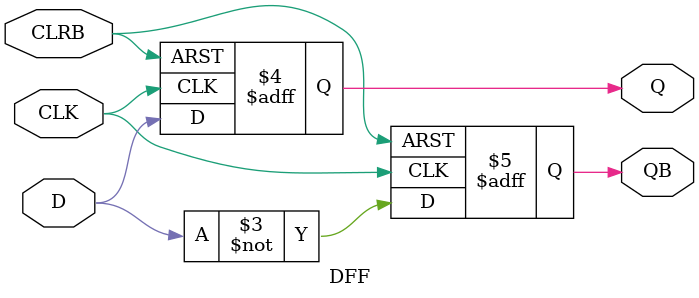
<source format=v>


module DFF ( Q, QB, CLK, CLRB, D );

  input CLK;
  output reg Q;
  input D;
  input CLRB;
  output reg QB;

  always @ (posedge CLK or negedge CLRB) begin
    if(~CLRB) begin
      Q = 0;
	  QB = 1;
    end
	else begin
    	Q = D;
    	QB = ~D;
	end
  end

endmodule

</source>
